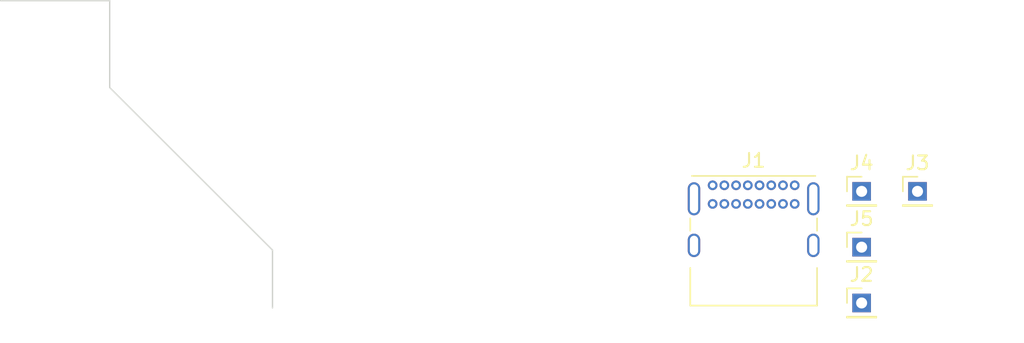
<source format=kicad_pcb>
(kicad_pcb (version 20211014) (generator pcbnew)
  (layers (0 "F.Cu" signal) (31 "B.Cu" signal) (34 "B.Paste" user) (35 "F.Paste" user) (36 "B.SilkS" user "B.Silkscreen") (37 "F.SilkS" user "F.Silkscreen") (38 "B.Mask" user) (39 "F.Mask" user) (44 "Edge.Cuts" user))
  (net 0 "")
  (net 1 "Net-(J1-PadA1)")
  (net 2 "Net-(J1-PadA4)")
  (footprint "Connector_PinHeader_2.00mm:PinHeader_1x01_P2.00mm_Vertical" (layer "F.Cu") (at 146.45 73.84)
    (fp_text reference "J3" (at 0 -2.06) (layer "F.SilkS"))
    (fp_text value "Conn_01x01_Female")
    (fp_line (start -1.06 0) (end -1.06 -1.06) (layer "F.SilkS") (width 0.12))
    (fp_line (start -1.06 1) (end -1.06 1.06) (layer "F.SilkS") (width 0.12))
    (fp_line (start 1.06 1) (end 1.06 1.06) (layer "F.SilkS") (width 0.12))
    (fp_line (start -1.06 1.06) (end 1.06 1.06) (layer "F.SilkS") (width 0.12))
    (fp_line (start -1.06 1) (end 1.06 1) (layer "F.SilkS") (width 0.12))
    (fp_line (start -1.06 -1.06) (end 0 -1.06) (layer "F.SilkS") (width 0.12))
    (pad "1" thru_hole rect (at 0 0) (size 1.35 1.35) (drill 0.8) (layers *.Cu *.Mask))
  )
  (footprint "Connector_PinHeader_2.00mm:PinHeader_1x01_P2.00mm_Vertical" (layer "F.Cu") (at 142.4 73.84)
    (fp_text reference "J4" (at 0 -2.06) (layer "F.SilkS"))
    (fp_text value "Conn_01x01_Female")
    (fp_line (start -1.06 -1.06) (end 0 -1.06) (layer "F.SilkS") (width 0.12))
    (fp_line (start -1.06 1.06) (end 1.06 1.06) (layer "F.SilkS") (width 0.12))
    (fp_line (start 1.06 1) (end 1.06 1.06) (layer "F.SilkS") (width 0.12))
    (fp_line (start -1.06 0) (end -1.06 -1.06) (layer "F.SilkS") (width 0.12))
    (fp_line (start -1.06 1) (end 1.06 1) (layer "F.SilkS") (width 0.12))
    (fp_line (start -1.06 1) (end -1.06 1.06) (layer "F.SilkS") (width 0.12))
    (pad "1" thru_hole rect (at 0 0) (size 1.35 1.35) (drill 0.8) (layers *.Cu *.Mask))
  )
  (footprint "halfr_kicad_footprints:USB_C_Receptacle_GCT_USB4085" (layer "F.Cu") (at 131.6 73.4)
    (fp_text reference "J1" (at 2.975 -1.8) (layer "F.SilkS"))
    (fp_text value "USB_C_Receptacle_USB2.0")
    (fp_line (start -1.62 8.73) (end 7.57 8.73) (layer "F.SilkS") (width 0.12))
    (fp_line (start 7.57 2.4) (end 7.57 3.3) (layer "F.SilkS") (width 0.12))
    (fp_line (start -1.62 6) (end -1.62 8.73) (layer "F.SilkS") (width 0.12))
    (fp_line (start -1.5 -0.68) (end 7.45 -0.68) (layer "F.SilkS") (width 0.12))
    (fp_line (start -1.62 2.4) (end -1.62 3.3) (layer "F.SilkS") (width 0.12))
    (fp_line (start 7.57 6) (end 7.57 8.73) (layer "F.SilkS") (width 0.12))
    (pad "A1" thru_hole circle (at 0 0) (size 0.7 0.7) (drill 0.4) (layers *.Cu *.Mask) (net 1 "Net-(J1-PadA1)"))
    (pad "A4" thru_hole circle (at 0.85 0) (size 0.7 0.7) (drill 0.4) (layers *.Cu *.Mask) (net 2 "Net-(J1-PadA4)"))
    (pad "A5" thru_hole circle (at 1.7 0) (size 0.7 0.7) (drill 0.4) (layers *.Cu *.Mask))
    (pad "A6" thru_hole circle (at 2.55 0) (size 0.7 0.7) (drill 0.4) (layers *.Cu *.Mask))
    (pad "A7" thru_hole circle (at 3.4 0) (size 0.7 0.7) (drill 0.4) (layers *.Cu *.Mask))
    (pad "A8" thru_hole circle (at 4.25 0) (size 0.7 0.7) (drill 0.4) (layers *.Cu *.Mask))
    (pad "A9" thru_hole circle (at 5.1 0) (size 0.7 0.7) (drill 0.4) (layers *.Cu *.Mask) (net 2 "Net-(J1-PadA4)"))
    (pad "A12" thru_hole circle (at 5.95 0) (size 0.7 0.7) (drill 0.4) (layers *.Cu *.Mask) (net 1 "Net-(J1-PadA1)"))
    (pad "B1" thru_hole circle (at 5.95 1.35) (size 0.7 0.7) (drill 0.4) (layers *.Cu *.Mask) (net 1 "Net-(J1-PadA1)"))
    (pad "B4" thru_hole circle (at 5.1 1.35) (size 0.7 0.7) (drill 0.4) (layers *.Cu *.Mask) (net 2 "Net-(J1-PadA4)"))
    (pad "B5" thru_hole circle (at 4.25 1.35) (size 0.7 0.7) (drill 0.4) (layers *.Cu *.Mask))
    (pad "B6" thru_hole circle (at 3.4 1.35) (size 0.7 0.7) (drill 0.4) (layers *.Cu *.Mask))
    (pad "B7" thru_hole circle (at 2.55 1.35) (size 0.7 0.7) (drill 0.4) (layers *.Cu *.Mask))
    (pad "B8" thru_hole circle (at 1.7 1.35) (size 0.7 0.7) (drill 0.4) (layers *.Cu *.Mask))
    (pad "B9" thru_hole circle (at 0.85 1.35) (size 0.7 0.7) (drill 0.4) (layers *.Cu *.Mask) (net 2 "Net-(J1-PadA4)"))
    (pad "B12" thru_hole circle (at 0 1.35) (size 0.7 0.7) (drill 0.4) (layers *.Cu *.Mask) (net 1 "Net-(J1-PadA1)"))
    (pad "S1" thru_hole oval (at 7.3 4.36) (size 0.9 1.7) (drill oval 0.6 1.4) (layers *.Cu *.Mask))
    (pad "S1" thru_hole oval (at 7.3 0.98) (size 0.9 2.4) (drill oval 0.6 2.1) (layers *.Cu *.Mask))
    (pad "S1" thru_hole oval (at -1.35 4.36) (size 0.9 1.7) (drill oval 0.6 1.4) (layers *.Cu *.Mask))
    (pad "S1" thru_hole oval (at -1.35 0.98) (size 0.9 2.4) (drill oval 0.6 2.1) (layers *.Cu *.Mask))
  )
  (footprint "Connector_PinHeader_2.00mm:PinHeader_1x01_P2.00mm_Vertical" (layer "F.Cu") (at 142.4 81.94)
    (fp_text reference "J2" (at 0 -2.06) (layer "F.SilkS"))
    (fp_text value "Conn_01x01_Female")
    (fp_line (start -1.06 0) (end -1.06 -1.06) (layer "F.SilkS") (width 0.12))
    (fp_line (start -1.06 1) (end 1.06 1) (layer "F.SilkS") (width 0.12))
    (fp_line (start -1.06 -1.06) (end 0 -1.06) (layer "F.SilkS") (width 0.12))
    (fp_line (start -1.06 1) (end -1.06 1.06) (layer "F.SilkS") (width 0.12))
    (fp_line (start 1.06 1) (end 1.06 1.06) (layer "F.SilkS") (width 0.12))
    (fp_line (start -1.06 1.06) (end 1.06 1.06) (layer "F.SilkS") (width 0.12))
    (pad "1" thru_hole rect (at 0 0) (size 1.35 1.35) (drill 0.8) (layers *.Cu *.Mask))
  )
  (footprint "Connector_PinHeader_2.00mm:PinHeader_1x01_P2.00mm_Vertical" (layer "F.Cu") (at 142.4 77.89)
    (fp_text reference "J5" (at 0 -2.06) (layer "F.SilkS"))
    (fp_text value "Conn_01x01_Female")
    (fp_line (start -1.06 1) (end 1.06 1) (layer "F.SilkS") (width 0.12))
    (fp_line (start -1.06 0) (end -1.06 -1.06) (layer "F.SilkS") (width 0.12))
    (fp_line (start 1.06 1) (end 1.06 1.06) (layer "F.SilkS") (width 0.12))
    (fp_line (start -1.06 1.06) (end 1.06 1.06) (layer "F.SilkS") (width 0.12))
    (fp_line (start -1.06 -1.06) (end 0 -1.06) (layer "F.SilkS") (width 0.12))
    (fp_line (start -1.06 1) (end -1.06 1.06) (layer "F.SilkS") (width 0.12))
    (pad "1" thru_hole rect (at 0 0) (size 1.35 1.35) (drill 0.8) (layers *.Cu *.Mask))
  )
  (gr_line (start 87.9 60) (end 87.9 66.3) (layer "Edge.Cuts") (width 0.1))
  (gr_line (start 87.9 66.3) (end 99.7 78.1) (layer "Edge.Cuts") (width 0.1))
  (gr_line (start 99.7 78.1) (end 99.7 82.3) (layer "Edge.Cuts") (width 0.1))
  (gr_line (start 80 60) (end 87.9 60) (layer "Edge.Cuts") (width 0.1))
)
</source>
